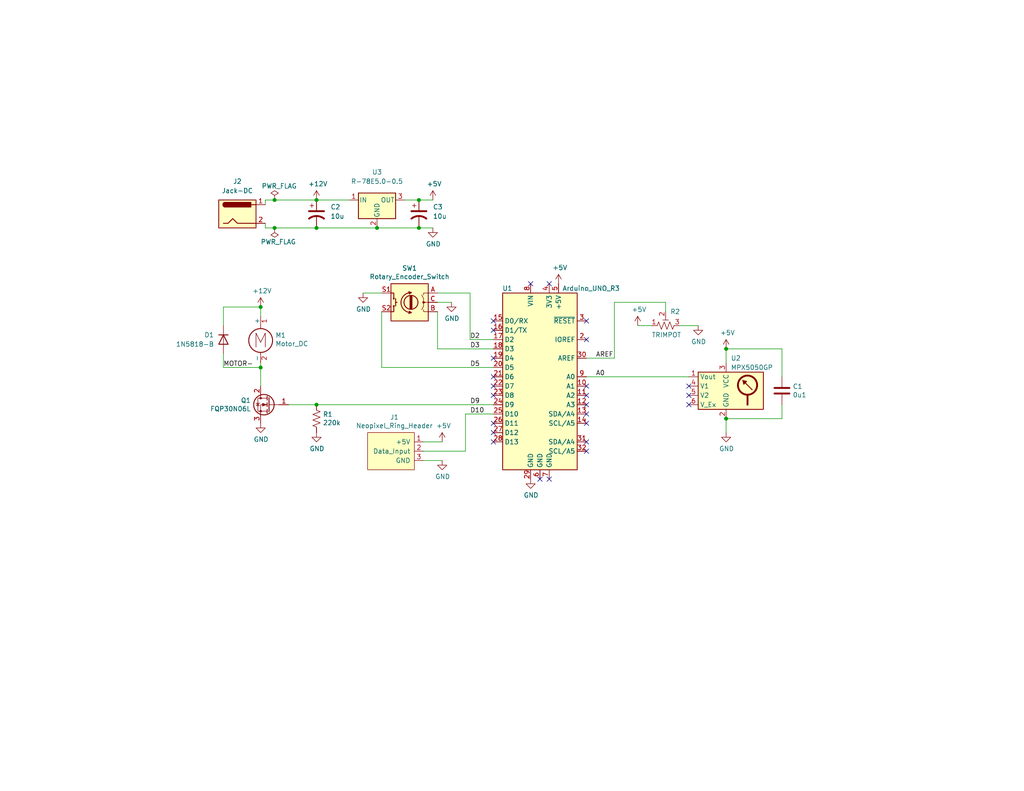
<source format=kicad_sch>
(kicad_sch (version 20211123) (generator eeschema)
  (paper "USLetter")
  (title_block (title "Protogasm") (date "2022-01-28") (rev "2.0") (company "sqrt10pi") (comment 1 "Based on previous community designs created by PA, Skier23, night-howler, and others"))
  (lib_symbols
    (symbol "Connector:Jack-DC" (pin_names (offset 1.016))
      (property "Reference" "J" (at 0 5.334 0))
      (property "Value" "Jack-DC" (at 0 -5.08 0))
      (symbol "Jack-DC_0_1"
        (rectangle (start -5.08 3.81) (end 5.08 -3.81) (stroke (width 0.254)) (fill (type background)))
        (arc (start -3.302 3.175) (mid -3.937 2.54) (end -3.302 1.905) (stroke (width 0.254)))
        (arc (start -3.302 3.175) (mid -3.937 2.54) (end -3.302 1.905) (stroke (width 0.254)) (fill (type outline)))
        (polyline (pts (xy 5.08 2.54) (xy 3.81 2.54)) (stroke (width 0.254)))
        (polyline (pts (xy -3.81 -2.54) (xy -2.54 -2.54) (xy -1.27 -1.27) (xy 0 -2.54) (xy 2.54 -2.54) (xy 5.08 -2.54)) (stroke (width 0.254)))
        (rectangle (start 3.683 3.175) (end -3.302 1.905) (stroke (width 0.254)) (fill (type outline)))
      )
      (symbol "Jack-DC_1_1"
        (pin passive line (at 7.62 2.54 180) (length 2.54) (name "~") (number "1"))
        (pin passive line (at 7.62 -2.54 180) (length 2.54) (name "~") (number "2"))
      )
    )
    (symbol "Device:C" (pin_numbers hide) (pin_names (offset 0.254))
      (property "Reference" "C" (at 0.635 2.54 0))
      (property "Value" "C" (at 0.635 -2.54 0))
      (symbol "C_0_1"
        (polyline (pts (xy -2.032 -0.762) (xy 2.032 -0.762)) (stroke (width 0.508)))
        (polyline (pts (xy -2.032 0.762) (xy 2.032 0.762)) (stroke (width 0.508)))
      )
      (symbol "C_1_1"
        (pin passive line (at 0 3.81 270) (length 2.794) (name "~") (number "1"))
        (pin passive line (at 0 -3.81 90) (length 2.794) (name "~") (number "2"))
      )
    )
    (symbol "Device:C_Polarized_US" (pin_numbers hide) (pin_names (offset 0.254) hide)
      (property "Reference" "C" (at 0.635 2.54 0))
      (property "Value" "C_Polarized_US" (at 0.635 -2.54 0))
      (symbol "C_Polarized_US_0_1"
        (polyline (pts (xy -2.032 0.762) (xy 2.032 0.762)) (stroke (width 0.508)))
        (polyline (pts (xy -1.778 2.286) (xy -0.762 2.286)))
        (polyline (pts (xy -1.27 1.778) (xy -1.27 2.794)))
        (arc (start 2.032 -1.27) (mid 0 -0.5572) (end -2.032 -1.27) (stroke (width 0.508)))
      )
      (symbol "C_Polarized_US_1_1"
        (pin passive line (at 0 3.81 270) (length 2.794) (name "~") (number "1"))
        (pin passive line (at 0 -3.81 90) (length 3.302) (name "~") (number "2"))
      )
    )
    (symbol "Device:D" (pin_numbers hide) (pin_names (offset 1.016) hide)
      (property "Reference" "D" (at 0 2.54 0))
      (property "Value" "D" (at 0 -2.54 0))
      (symbol "D_0_1"
        (polyline (pts (xy -1.27 1.27) (xy -1.27 -1.27)) (stroke (width 0.254)))
        (polyline (pts (xy 1.27 0) (xy -1.27 0)))
        (polyline (pts (xy 1.27 1.27) (xy 1.27 -1.27) (xy -1.27 0) (xy 1.27 1.27)) (stroke (width 0.254)))
      )
      (symbol "D_1_1"
        (pin passive line (at -3.81 0 0) (length 2.54) (name "K") (number "1"))
        (pin passive line (at 3.81 0 180) (length 2.54) (name "A") (number "2"))
      )
    )
    (symbol "Device:Q_NMOS_GDS" (pin_names (offset 0) hide)
      (property "Reference" "Q" (at 5.08 1.27 0))
      (property "Value" "Q_NMOS_GDS" (at 5.08 -1.27 0))
      (symbol "Q_NMOS_GDS_0_1"
        (polyline (pts (xy 0.254 0) (xy -2.54 0)))
        (polyline (pts (xy 0.254 1.905) (xy 0.254 -1.905)) (stroke (width 0.254)))
        (polyline (pts (xy 0.762 -1.27) (xy 0.762 -2.286)) (stroke (width 0.254)))
        (polyline (pts (xy 0.762 0.508) (xy 0.762 -0.508)) (stroke (width 0.254)))
        (polyline (pts (xy 0.762 2.286) (xy 0.762 1.27)) (stroke (width 0.254)))
        (polyline (pts (xy 2.54 2.54) (xy 2.54 1.778)))
        (polyline (pts (xy 2.54 -2.54) (xy 2.54 0) (xy 0.762 0)))
        (polyline (pts (xy 0.762 -1.778) (xy 3.302 -1.778) (xy 3.302 1.778) (xy 0.762 1.778)))
        (polyline (pts (xy 1.016 0) (xy 2.032 0.381) (xy 2.032 -0.381) (xy 1.016 0)) (fill (type outline)))
        (polyline (pts (xy 2.794 0.508) (xy 2.921 0.381) (xy 3.683 0.381) (xy 3.81 0.254)))
        (polyline (pts (xy 3.302 0.381) (xy 2.921 -0.254) (xy 3.683 -0.254) (xy 3.302 0.381)))
        (circle (center 1.651 0) (radius 2.794) (stroke (width 0.254)))
        (circle (center 2.54 -1.778) (radius 0.254) (fill (type outline)))
        (circle (center 2.54 1.778) (radius 0.254) (fill (type outline)))
      )
      (symbol "Q_NMOS_GDS_1_1"
        (pin input line (at -5.08 0 0) (length 2.54) (name "G") (number "1"))
        (pin passive line (at 2.54 5.08 270) (length 2.54) (name "D") (number "2"))
        (pin passive line (at 2.54 -5.08 90) (length 2.54) (name "S") (number "3"))
      )
    )
    (symbol "Device:R_POT_TRIM_US" (pin_names (offset 1.016) hide)
      (property "Reference" "RV" (at -4.445 0 90))
      (property "Value" "R_POT_TRIM_US" (at -2.54 0 90))
      (symbol "R_POT_TRIM_US_0_1"
        (polyline (pts (xy 0 -2.286) (xy 0 -2.54)))
        (polyline (pts (xy 0 2.286) (xy 0 2.54)))
        (polyline (pts (xy 1.524 0.762) (xy 1.524 -0.762)))
        (polyline (pts (xy 2.54 0) (xy 1.524 0)))
        (polyline (pts (xy 0 -0.762) (xy 1.016 -1.143) (xy 0 -1.524) (xy -1.016 -1.905) (xy 0 -2.286)))
        (polyline (pts (xy 0 0.762) (xy 1.016 0.381) (xy 0 0) (xy -1.016 -0.381) (xy 0 -0.762)))
        (polyline (pts (xy 0 2.286) (xy 1.016 1.905) (xy 0 1.524) (xy -1.016 1.143) (xy 0 0.762)))
      )
      (symbol "R_POT_TRIM_US_1_1"
        (pin passive line (at 0 3.81 270) (length 1.27) (name "1") (number "1"))
        (pin passive line (at 3.81 0 180) (length 1.27) (name "2") (number "2"))
        (pin passive line (at 0 -3.81 90) (length 1.27) (name "3") (number "3"))
      )
    )
    (symbol "Device:R_US" (pin_numbers hide) (pin_names (offset 0))
      (property "Reference" "R" (at 2.54 0 90))
      (property "Value" "R_US" (at -2.54 0 90))
      (symbol "R_US_0_1"
        (polyline (pts (xy 0 -2.286) (xy 0 -2.54)))
        (polyline (pts (xy 0 2.286) (xy 0 2.54)))
        (polyline (pts (xy 0 -0.762) (xy 1.016 -1.143) (xy 0 -1.524) (xy -1.016 -1.905) (xy 0 -2.286)))
        (polyline (pts (xy 0 0.762) (xy 1.016 0.381) (xy 0 0) (xy -1.016 -0.381) (xy 0 -0.762)))
        (polyline (pts (xy 0 2.286) (xy 1.016 1.905) (xy 0 1.524) (xy -1.016 1.143) (xy 0 0.762)))
      )
      (symbol "R_US_1_1"
        (pin passive line (at 0 3.81 270) (length 1.27) (name "~") (number "1"))
        (pin passive line (at 0 -3.81 90) (length 1.27) (name "~") (number "2"))
      )
    )
    (symbol "Device:Rotary_Encoder_Switch" (pin_names (offset 0.254) hide)
      (property "Reference" "SW" (at 0 6.604 0))
      (property "Value" "Rotary_Encoder_Switch" (at 0 -6.604 0))
      (symbol "Rotary_Encoder_Switch_0_1"
        (rectangle (start -5.08 5.08) (end 5.08 -5.08) (stroke (width 0.254)) (fill (type background)))
        (circle (center -3.81 0) (radius 0.254) (fill (type outline)))
        (arc (start -0.381 -2.794) (mid 2.3622 -0.0635) (end -0.381 2.667) (stroke (width 0.254)))
        (circle (center -0.381 0) (radius 1.905) (stroke (width 0.254)))
        (polyline (pts (xy -0.635 -1.778) (xy -0.635 1.778)) (stroke (width 0.254)))
        (polyline (pts (xy -0.381 -1.778) (xy -0.381 1.778)) (stroke (width 0.254)))
        (polyline (pts (xy -0.127 1.778) (xy -0.127 -1.778)) (stroke (width 0.254)))
        (polyline (pts (xy 3.81 0) (xy 3.429 0)) (stroke (width 0.254)))
        (polyline (pts (xy 3.81 1.016) (xy 3.81 -1.016)) (stroke (width 0.254)))
        (polyline (pts (xy -5.08 -2.54) (xy -3.81 -2.54) (xy -3.81 -2.032)))
        (polyline (pts (xy -5.08 2.54) (xy -3.81 2.54) (xy -3.81 2.032)))
        (polyline (pts (xy 0.254 -3.048) (xy -0.508 -2.794) (xy 0.127 -2.413)) (stroke (width 0.254)))
        (polyline (pts (xy 0.254 2.921) (xy -0.508 2.667) (xy 0.127 2.286)) (stroke (width 0.254)))
        (polyline (pts (xy 5.08 -2.54) (xy 4.318 -2.54) (xy 4.318 -1.016)) (stroke (width 0.254)))
        (polyline (pts (xy 5.08 2.54) (xy 4.318 2.54) (xy 4.318 1.016)) (stroke (width 0.254)))
        (polyline (pts (xy -5.08 0) (xy -3.81 0) (xy -3.81 -1.016) (xy -3.302 -2.032)))
        (polyline (pts (xy -4.318 0) (xy -3.81 0) (xy -3.81 1.016) (xy -3.302 2.032)))
        (circle (center 4.318 -1.016) (radius 0.127) (stroke (width 0.254)))
        (circle (center 4.318 1.016) (radius 0.127) (stroke (width 0.254)))
      )
      (symbol "Rotary_Encoder_Switch_1_1"
        (pin passive line (at -7.62 2.54 0) (length 2.54) (name "A") (number "A"))
        (pin passive line (at -7.62 -2.54 0) (length 2.54) (name "B") (number "B"))
        (pin passive line (at -7.62 0 0) (length 2.54) (name "C") (number "C"))
        (pin passive line (at 7.62 2.54 180) (length 2.54) (name "S1") (number "S1"))
        (pin passive line (at 7.62 -2.54 180) (length 2.54) (name "S2") (number "S2"))
      )
    )
    (symbol "MCU_Module:Arduino_UNO_R3"
      (property "Reference" "A" (at -10.16 23.495 0))
      (property "Value" "Arduino_UNO_R3" (at 5.08 -26.67 0))
      (symbol "Arduino_UNO_R3_0_1"
        (rectangle (start -10.16 22.86) (end 10.16 -25.4) (stroke (width 0.254)) (fill (type background)))
      )
      (symbol "Arduino_UNO_R3_1_1"
        (pin no_connect line (at -10.16 -20.32 0) (length 2.54) hide (name "NC") (number "1"))
        (pin bidirectional line (at 12.7 -2.54 180) (length 2.54) (name "A1") (number "10"))
        (pin bidirectional line (at 12.7 -5.08 180) (length 2.54) (name "A2") (number "11"))
        (pin bidirectional line (at 12.7 -7.62 180) (length 2.54) (name "A3") (number "12"))
        (pin bidirectional line (at 12.7 -10.16 180) (length 2.54) (name "SDA/A4") (number "13"))
        (pin bidirectional line (at 12.7 -12.7 180) (length 2.54) (name "SCL/A5") (number "14"))
        (pin bidirectional line (at -12.7 15.24 0) (length 2.54) (name "D0/RX") (number "15"))
        (pin bidirectional line (at -12.7 12.7 0) (length 2.54) (name "D1/TX") (number "16"))
        (pin bidirectional line (at -12.7 10.16 0) (length 2.54) (name "D2") (number "17"))
        (pin bidirectional line (at -12.7 7.62 0) (length 2.54) (name "D3") (number "18"))
        (pin bidirectional line (at -12.7 5.08 0) (length 2.54) (name "D4") (number "19"))
        (pin output line (at 12.7 10.16 180) (length 2.54) (name "IOREF") (number "2"))
        (pin bidirectional line (at -12.7 2.54 0) (length 2.54) (name "D5") (number "20"))
        (pin bidirectional line (at -12.7 0 0) (length 2.54) (name "D6") (number "21"))
        (pin bidirectional line (at -12.7 -2.54 0) (length 2.54) (name "D7") (number "22"))
        (pin bidirectional line (at -12.7 -5.08 0) (length 2.54) (name "D8") (number "23"))
        (pin bidirectional line (at -12.7 -7.62 0) (length 2.54) (name "D9") (number "24"))
        (pin bidirectional line (at -12.7 -10.16 0) (length 2.54) (name "D10") (number "25"))
        (pin bidirectional line (at -12.7 -12.7 0) (length 2.54) (name "D11") (number "26"))
        (pin bidirectional line (at -12.7 -15.24 0) (length 2.54) (name "D12") (number "27"))
        (pin bidirectional line (at -12.7 -17.78 0) (length 2.54) (name "D13") (number "28"))
        (pin power_in line (at -2.54 -27.94 90) (length 2.54) (name "GND") (number "29"))
        (pin input line (at 12.7 15.24 180) (length 2.54) (name "~{RESET}") (number "3"))
        (pin input line (at 12.7 5.08 180) (length 2.54) (name "AREF") (number "30"))
        (pin bidirectional line (at 12.7 -17.78 180) (length 2.54) (name "SDA/A4") (number "31"))
        (pin bidirectional line (at 12.7 -20.32 180) (length 2.54) (name "SCL/A5") (number "32"))
        (pin power_out line (at 2.54 25.4 270) (length 2.54) (name "3V3") (number "4"))
        (pin power_out line (at 5.08 25.4 270) (length 2.54) (name "+5V") (number "5"))
        (pin power_in line (at 0 -27.94 90) (length 2.54) (name "GND") (number "6"))
        (pin power_in line (at 2.54 -27.94 90) (length 2.54) (name "GND") (number "7"))
        (pin power_in line (at -2.54 25.4 270) (length 2.54) (name "VIN") (number "8"))
        (pin bidirectional line (at 12.7 0 180) (length 2.54) (name "A0") (number "9"))
      )
    )
    (symbol "Motor:Motor_DC" (pin_names (offset 0))
      (property "Reference" "M" (at 2.54 2.54 0))
      (property "Value" "Motor_DC" (at 2.54 -5.08 0))
      (symbol "Motor_DC_0_0"
        (polyline (pts (xy -1.27 -3.302) (xy -1.27 0.508) (xy 0 -2.032) (xy 1.27 0.508) (xy 1.27 -3.302)))
      )
      (symbol "Motor_DC_0_1"
        (circle (center 0 -1.524) (radius 3.2512) (stroke (width 0.254)))
        (polyline (pts (xy 0 -7.62) (xy 0 -7.112)))
        (polyline (pts (xy 0 -4.7752) (xy 0 -5.1816)))
        (polyline (pts (xy 0 1.7272) (xy 0 2.0828)))
        (polyline (pts (xy 0 2.032) (xy 0 2.54)))
      )
      (symbol "Motor_DC_1_1"
        (pin passive line (at 0 5.08 270) (length 2.54) (name "+") (number "1"))
        (pin passive line (at 0 -7.62 90) (length 2.54) (name "-") (number "2"))
      )
    )
    (symbol "Regulator_Switching:R-78E5.0-0.5" (pin_names (offset 0.254))
      (property "Reference" "U" (at -3.81 3.175 0))
      (property "Value" "R-78E5.0-0.5" (at 0 3.175 0))
      (symbol "R-78E5.0-0.5_0_1"
        (rectangle (start -5.08 1.905) (end 5.08 -5.08) (stroke (width 0.254)) (fill (type background)))
      )
      (symbol "R-78E5.0-0.5_1_1"
        (pin power_in line (at -7.62 0 0) (length 2.54) (name "IN") (number "1"))
        (pin power_in line (at 0 -7.62 90) (length 2.54) (name "GND") (number "2"))
        (pin power_out line (at 7.62 0 180) (length 2.54) (name "OUT") (number "3"))
      )
    )
    (symbol "custom-symbols:MPX5050GP"
      (property "Reference" "U" (at -10.16 6.35 0))
      (property "Value" "MPX5050GP" (at 1.27 6.35 0))
      (symbol "MPX5050GP_0_1"
        (circle (center -5.842 1.524) (radius 2.6162) (stroke (width 0.508)))
        (polyline (pts (xy -7.112 0.254) (xy -4.572 2.794)) (stroke (width 0.254)))
        (polyline (pts (xy -5.842 -1.27) (xy -5.842 -3.81)) (stroke (width 0.508)))
        (polyline (pts (xy -4.572 2.794) (xy -4.826 1.778) (xy -5.588 2.54) (xy -4.572 2.794)) (stroke (width 0.254)) (fill (type outline)))
        (rectangle (start 7.62 5.08) (end -10.16 -5.08) (stroke (width 0.254)) (fill (type background)))
      )
      (symbol "MPX5050GP_1_1"
        (pin output line (at 10.16 3.81 180) (length 2.54) (name "Vout") (number "1"))
        (pin power_in line (at 0 -7.62 90) (length 2.54) (name "GND") (number "2"))
        (pin power_in line (at 0 7.62 270) (length 2.54) (name "VCC") (number "3"))
        (pin output line (at 10.16 1.27 180) (length 2.54) (name "V1") (number "4"))
        (pin output line (at 10.16 -1.27 180) (length 2.54) (name "V2") (number "5"))
        (pin output line (at 10.16 -3.81 180) (length 2.54) (name "V_Ex") (number "6"))
      )
    )
    (symbol "custom-symbols:Neopixel_Ring_Header" (pin_names (offset 1.016))
      (property "Reference" "J" (at 0 8.89 0))
      (property "Value" "Neopixel_Ring_Header" (at 3.81 6.35 0))
      (symbol "Neopixel_Ring_Header_0_1"
        (rectangle (start 6.35 5.08) (end -6.35 -5.08) (fill (type background)))
      )
      (symbol "Neopixel_Ring_Header_1_1"
        (pin power_in line (at 8.89 2.54 180) (length 2.54) (name "+5V") (number "1"))
        (pin input line (at 8.89 0 180) (length 2.54) (name "Data_Input") (number "2"))
        (pin power_in line (at 8.89 -2.54 180) (length 2.54) (name "GND") (number "3"))
      )
    )
    (symbol "power:+12V" (power) (pin_names (offset 0))
      (property "Value" "+12V" (at 0 3.556 0))
      (symbol "+12V_0_1"
        (polyline (pts (xy -0.762 1.27) (xy 0 2.54)))
        (polyline (pts (xy 0 0) (xy 0 2.54)))
        (polyline (pts (xy 0 2.54) (xy 0.762 1.27)))
      )
      (symbol "+12V_1_1"
        (pin power_in line (at 0 0 90) (length 0) hide (name "+12V") (number "1"))
      )
    )
    (symbol "power:+5V" (power) (pin_names (offset 0))
      (property "Value" "+5V" (at 0 3.556 0))
      (symbol "+5V_0_1"
        (polyline (pts (xy -0.762 1.27) (xy 0 2.54)))
        (polyline (pts (xy 0 0) (xy 0 2.54)))
        (polyline (pts (xy 0 2.54) (xy 0.762 1.27)))
      )
      (symbol "+5V_1_1"
        (pin power_in line (at 0 0 90) (length 0) hide (name "+5V") (number "1"))
      )
    )
    (symbol "power:GND" (power) (pin_names (offset 0))
      (property "Value" "GND" (at 0 -3.81 0))
      (symbol "GND_0_1"
        (polyline (pts (xy 0 0) (xy 0 -1.27) (xy 1.27 -1.27) (xy 0 -2.54) (xy -1.27 -1.27) (xy 0 -1.27)))
      )
      (symbol "GND_1_1"
        (pin power_in line (at 0 0 270) (length 0) hide (name "GND") (number "1"))
      )
    )
    (symbol "power:PWR_FLAG" (power) (pin_numbers hide) (pin_names (offset 0) hide)
      (property "Value" "PWR_FLAG" (at 0 3.81 0))
      (symbol "PWR_FLAG_0_0"
        (pin power_out line (at 0 0 90) (length 0) (name "pwr") (number "1"))
      )
      (symbol "PWR_FLAG_0_1"
        (polyline (pts (xy 0 0) (xy 0 1.27) (xy -1.016 1.905) (xy 0 2.54) (xy 1.016 1.905) (xy 0 1.27)))
      )
    )
  )
  (junction (at 74.93 62.23))
  (junction (at 114.3 62.23))
  (junction (at 86.36 110.49))
  (junction (at 102.87 62.23))
  (junction (at 71.12 83.82))
  (junction (at 86.36 54.61))
  (junction (at 74.93 54.61))
  (junction (at 114.3 54.61))
  (junction (at 86.36 62.23))
  (junction (at 198.12 95.25))
  (junction (at 71.12 100.33))
  (junction (at 198.12 114.3))
  (no_connect (at 160.02 120.65))
  (no_connect (at 134.62 107.95))
  (no_connect (at 160.02 110.49))
  (no_connect (at 160.02 105.41))
  (no_connect (at 160.02 113.03))
  (no_connect (at 187.96 110.49))
  (no_connect (at 134.62 90.17))
  (no_connect (at 134.62 105.41))
  (no_connect (at 160.02 115.57))
  (no_connect (at 134.62 118.11))
  (no_connect (at 149.86 130.81))
  (no_connect (at 149.86 77.47))
  (no_connect (at 134.62 120.65))
  (no_connect (at 160.02 92.71))
  (no_connect (at 147.32 130.81))
  (no_connect (at 160.02 107.95))
  (no_connect (at 144.78 77.47))
  (no_connect (at 187.96 105.41))
  (no_connect (at 134.62 115.57))
  (no_connect (at 187.96 107.95))
  (no_connect (at 160.02 123.19))
  (no_connect (at 160.02 87.63))
  (no_connect (at 134.62 102.87))
  (no_connect (at 134.62 87.63))
  (no_connect (at 134.62 97.79))
  (wire (pts (xy 119.38 95.25) (xy 119.38 85.09)))
  (wire (pts (xy 74.93 54.61) (xy 86.36 54.61)))
  (wire (pts (xy 110.49 54.61) (xy 114.3 54.61)))
  (wire (pts (xy 115.57 123.19) (xy 127 123.19)))
  (wire (pts (xy 185.42 88.9) (xy 190.5 88.9)))
  (wire (pts (xy 86.36 110.49) (xy 134.62 110.49)))
  (wire (pts (xy 213.36 95.25) (xy 198.12 95.25)))
  (wire (pts (xy 181.61 82.55) (xy 167.64 82.55)))
  (wire (pts (xy 134.62 92.71) (xy 128.27 92.71)))
  (wire (pts (xy 72.39 54.61) (xy 72.39 55.88)))
  (wire (pts (xy 99.06 80.01) (xy 104.14 80.01)))
  (wire (pts (xy 71.12 99.06) (xy 71.12 100.33)))
  (wire (pts (xy 72.39 60.96) (xy 72.39 62.23)))
  (wire (pts (xy 72.39 54.61) (xy 74.93 54.61)))
  (wire (pts (xy 181.61 85.09) (xy 181.61 82.55)))
  (wire (pts (xy 60.96 100.33) (xy 60.96 96.52)))
  (wire (pts (xy 74.93 62.23) (xy 86.36 62.23)))
  (wire (pts (xy 72.39 62.23) (xy 74.93 62.23)))
  (wire (pts (xy 71.12 100.33) (xy 71.12 105.41)))
  (wire (pts (xy 71.12 83.82) (xy 60.96 83.82)))
  (wire (pts (xy 128.27 80.01) (xy 119.38 80.01)))
  (wire (pts (xy 127 123.19) (xy 127 113.03)))
  (wire (pts (xy 213.36 114.3) (xy 213.36 110.49)))
  (wire (pts (xy 198.12 114.3) (xy 198.12 118.11)))
  (wire (pts (xy 127 113.03) (xy 134.62 113.03)))
  (wire (pts (xy 213.36 102.87) (xy 213.36 95.25)))
  (wire (pts (xy 104.14 100.33) (xy 134.62 100.33)))
  (wire (pts (xy 160.02 97.79) (xy 167.64 97.79)))
  (wire (pts (xy 115.57 120.65) (xy 120.65 120.65)))
  (wire (pts (xy 187.96 102.87) (xy 160.02 102.87)))
  (wire (pts (xy 115.57 125.73) (xy 120.65 125.73)))
  (wire (pts (xy 71.12 100.33) (xy 60.96 100.33)))
  (wire (pts (xy 86.36 62.23) (xy 102.87 62.23)))
  (wire (pts (xy 167.64 82.55) (xy 167.64 97.79)))
  (wire (pts (xy 119.38 82.55) (xy 123.19 82.55)))
  (wire (pts (xy 177.8 88.9) (xy 173.99 88.9)))
  (wire (pts (xy 104.14 100.33) (xy 104.14 85.09)))
  (wire (pts (xy 118.11 54.61) (xy 114.3 54.61)))
  (wire (pts (xy 198.12 114.3) (xy 213.36 114.3)))
  (wire (pts (xy 86.36 54.61) (xy 95.25 54.61)))
  (wire (pts (xy 71.12 86.36) (xy 71.12 83.82)))
  (wire (pts (xy 60.96 83.82) (xy 60.96 88.9)))
  (wire (pts (xy 78.74 110.49) (xy 86.36 110.49)))
  (wire (pts (xy 114.3 62.23) (xy 102.87 62.23)))
  (wire (pts (xy 118.11 62.23) (xy 114.3 62.23)))
  (wire (pts (xy 134.62 95.25) (xy 119.38 95.25)))
  (wire (pts (xy 128.27 92.71) (xy 128.27 80.01)))
  (wire (pts (xy 198.12 99.06) (xy 198.12 95.25)))
  (label "D2" (at 128.27 92.71 0))
  (label "D10" (at 128.27 113.03 0))
  (label "AREF" (at 162.56 97.79 0))
  (label "D5" (at 128.27 100.33 0))
  (label "D9" (at 128.27 110.49 0))
  (label "D3" (at 128.27 95.25 0))
  (label "A0" (at 162.56 102.87 0))
  (label "MOTOR-" (at 60.96 100.33 0))
  (symbol (lib_id "MCU_Module:Arduino_UNO_R3") (at 147.32 102.87 0) (unit 1)
    (property "Reference" "U1" (at 138.43 78.74 0))
    (property "Value" "Arduino_UNO_R3" (at 161.29 78.74 0))
    (property "Footprint" "Module:Arduino_UNO_R3_WithMountingHoles" (effects hide))
    (property "Datasheet" "https://www.arduino.cc/en/Main/arduinoBoardUno" (effects hide))
  )
  (symbol (lib_id "custom-symbols:Neopixel_Ring_Header") (at 106.68 123.19 0) (unit 1)
    (property "Reference" "J1" (at 107.6198 113.919 0))
    (property "Value" "Neopixel_Ring_Header" (at 107.6198 116.2304 0))
    (property "Footprint" "custom-footprints:Neopixel_Ring_WirePins" (effects hide))
    (property "Datasheet" "https://www.adafruit.com/product/2268" (effects hide))
  )
  (symbol (lib_id "Motor:Motor_DC") (at 71.12 91.44 0) (unit 1)
    (property "Reference" "M1" (at 75.1332 91.5416 0) (effects (justify left)))
    (property "Value" "Motor_DC" (at 75.1332 93.853 0) (effects (justify left)))
    (property "Footprint" "custom-footprints:Motor_DC_WirePins" (effects hide))
  )
  (symbol (lib_id "Device:R_POT_TRIM_US") (at 181.61 88.9 90) (unit 1)
    (property "Reference" "R2" (at 182.88 85.09 90) (effects (justify right)))
    (property "Value" "TRIMPOT" (at 177.8 91.44 90) (effects (justify right)))
    (property "Footprint" "custom-footprints:uxcell_TRIMPOT" (effects hide))
  )
  (symbol (lib_id "Device:Rotary_Encoder_Switch") (at 111.76 82.55 0) (mirror y) (unit 1)
    (property "Reference" "SW1" (at 111.76 73.2282 0))
    (property "Value" "Rotary_Encoder_Switch" (at 111.76 75.5396 0))
    (property "Footprint" "Rotary_Encoder:RotaryEncoder_Alps_EC12E-Switch_Vertical_H20mm" (effects hide))
  )
  (symbol (lib_id "custom-symbols:MPX5050GP") (at 198.12 106.68 0) (mirror y) (unit 1)
    (property "Reference" "U2" (at 199.39 97.79 0) (effects (justify right)))
    (property "Value" "MPX5050GP" (at 199.39 100.33 0) (effects (justify right)))
    (property "Footprint" "custom-footprints:MPX5050GP" (effects hide))
    (property "Datasheet" "https://www.farnell.com/datasheets/673750.pdf" (effects hide))
  )
  (symbol (lib_id "Device:D") (at 60.96 92.71 270) (unit 1)
    (property "Reference" "D1" (at 58.42 91.44 90) (effects (justify right)))
    (property "Value" "1N5818-B" (at 58.42 93.98 90) (effects (justify right)))
    (property "Footprint" "Diode_THT:D_A-405_P7.62mm_Horizontal" (effects hide))
  )
  (symbol (lib_id "Device:Q_NMOS_GDS") (at 73.66 110.49 0) (mirror y) (unit 1)
    (property "Reference" "Q1" (at 68.453 109.3216 0) (effects (justify left)))
    (property "Value" "FQP30N06L" (at 68.453 111.633 0) (effects (justify left)))
    (property "Footprint" "Package_TO_SOT_THT:TO-220-3_Horizontal_TabDown" (effects hide))
  )
  (symbol (lib_id "Device:R_US") (at 86.36 114.3 0) (unit 1)
    (property "Reference" "R1" (at 88.0872 113.1316 0) (effects (justify left)))
    (property "Value" "220k" (at 88.0872 115.443 0) (effects (justify left)))
    (property "Footprint" "Resistor_THT:R_Axial_DIN0207_L6.3mm_D2.5mm_P7.62mm_Horizontal" (effects hide))
  )
  (symbol (lib_id "Device:C") (at 213.36 106.68 0) (unit 1)
    (property "Reference" "C1" (at 216.281 105.5116 0) (effects (justify left)))
    (property "Value" "0u1" (at 216.281 107.823 0) (effects (justify left)))
    (property "Footprint" "Capacitor_THT:C_Disc_D5.0mm_W2.5mm_P2.50mm" (effects hide))
  )
  (symbol (lib_id "power:+5V") (at 173.99 88.9 0) (unit 1)
    (property "Reference" "#PWR0114" (effects hide))
    (property "Value" "+5V" (at 174.371 84.5058 0))
  )
  (symbol (lib_id "power:GND") (at 190.5 88.9 0) (unit 1)
    (property "Reference" "#PWR0113" (effects hide))
    (property "Value" "GND" (at 190.627 93.2942 0))
  )
  (symbol (lib_id "power:+5V") (at 120.65 120.65 0) (unit 1)
    (property "Reference" "#PWR0101" (effects hide))
    (property "Value" "+5V" (at 121.031 116.2558 0))
  )
  (symbol (lib_id "power:GND") (at 198.12 118.11 0) (unit 1)
    (property "Reference" "#PWR0103" (effects hide))
    (property "Value" "GND" (at 198.247 122.5042 0))
  )
  (symbol (lib_id "power:+5V") (at 198.12 95.25 0) (unit 1)
    (property "Reference" "#PWR0104" (effects hide))
    (property "Value" "+5V" (at 198.501 90.8558 0))
  )
  (symbol (lib_id "power:GND") (at 120.65 125.73 0) (unit 1)
    (property "Reference" "#PWR0102" (effects hide))
    (property "Value" "GND" (at 120.777 130.1242 0))
  )
  (symbol (lib_id "power:GND") (at 71.12 115.57 0) (unit 1)
    (property "Reference" "#PWR0107" (effects hide))
    (property "Value" "GND" (at 71.247 119.9642 0))
  )
  (symbol (lib_id "power:GND") (at 123.19 82.55 0) (unit 1)
    (property "Reference" "#PWR0105" (effects hide))
    (property "Value" "GND" (at 123.317 86.9442 0))
  )
  (symbol (lib_id "power:GND") (at 99.06 80.01 0) (unit 1)
    (property "Reference" "#PWR0106" (effects hide))
    (property "Value" "GND" (at 99.187 84.4042 0))
  )
  (symbol (lib_id "power:GND") (at 86.36 118.11 0) (unit 1)
    (property "Reference" "#PWR0108" (effects hide))
    (property "Value" "GND" (at 86.487 122.5042 0))
  )
  (symbol (lib_id "power:+5V") (at 152.4 77.47 0) (unit 1)
    (property "Reference" "#PWR0110" (effects hide))
    (property "Value" "+5V" (at 152.781 73.0758 0))
  )
  (symbol (lib_id "power:GND") (at 144.78 130.81 0) (unit 1)
    (property "Reference" "#PWR0111" (effects hide))
    (property "Value" "GND" (at 144.907 135.2042 0))
  )
  (symbol (lib_id "power:+12V") (at 71.12 83.82 0) (unit 1)
    (property "Reference" "#PWR0112" (effects hide))
    (property "Value" "+12V" (at 71.501 79.4258 0))
  )
  (symbol (lib_id "Device:C_Polarized_US") (at 114.3 58.42 0) (unit 1)
    (property "Reference" "C3" (at 118.11 56.5149 0) (effects (justify left)))
    (property "Value" "10u" (at 118.11 59.0549 0) (effects (justify left)))
    (property "Footprint" "Capacitor_THT:CP_Radial_D5.0mm_P2.50mm" (effects hide))
  )
  (symbol (lib_id "Connector:Jack-DC") (at 64.77 58.42 0) (unit 1)
    (property "Reference" "J2" (at 64.77 49.53 0))
    (property "Value" "Jack-DC" (at 64.77 52.07 0))
    (property "Footprint" "custom-footprints:2.1mm DC Barrel Jack" (effects hide))
  )
  (symbol (lib_id "power:PWR_FLAG") (at 74.93 62.23 180) (unit 1)
    (property "Reference" "#FLG01" (effects hide))
    (property "Value" "PWR_FLAG" (at 71.12 66.04 0) (effects (justify right)))
  )
  (symbol (lib_id "Device:C_Polarized_US") (at 86.36 58.42 0) (unit 1)
    (property "Reference" "C2" (at 90.17 56.5149 0) (effects (justify left)))
    (property "Value" "10u" (at 90.17 59.0549 0) (effects (justify left)))
    (property "Footprint" "Capacitor_THT:CP_Radial_D5.0mm_P2.50mm" (effects hide))
  )
  (symbol (lib_id "Regulator_Switching:R-78E5.0-0.5") (at 102.87 54.61 0) (unit 1)
    (property "Reference" "U3" (at 102.87 46.99 0))
    (property "Value" "R-78E5.0-0.5" (at 102.87 49.53 0))
    (property "Footprint" "Converter_DCDC:Converter_DCDC_RECOM_R-78E-0.5_THT" (effects hide))
    (property "Datasheet" "https://www.recom-power.com/pdf/Innoline/R-78Exx-0.5.pdf" (effects hide))
  )
  (symbol (lib_id "power:+5V") (at 118.11 54.61 0) (unit 1)
    (property "Reference" "#PWR03" (effects hide))
    (property "Value" "+5V" (at 118.491 50.2158 0))
  )
  (symbol (lib_id "power:PWR_FLAG") (at 74.93 54.61 0) (unit 1)
    (property "Reference" "#FLG02" (effects hide))
    (property "Value" "PWR_FLAG" (at 76.2 50.8 0))
  )
  (symbol (lib_id "power:GND") (at 118.11 62.23 0) (unit 1)
    (property "Reference" "#PWR02" (effects hide))
    (property "Value" "GND" (at 118.237 66.6242 0))
  )
  (symbol (lib_id "power:+12V") (at 86.36 54.61 0) (unit 1)
    (property "Reference" "#PWR01" (effects hide))
    (property "Value" "+12V" (at 86.741 50.2158 0))
  )
)
</source>
